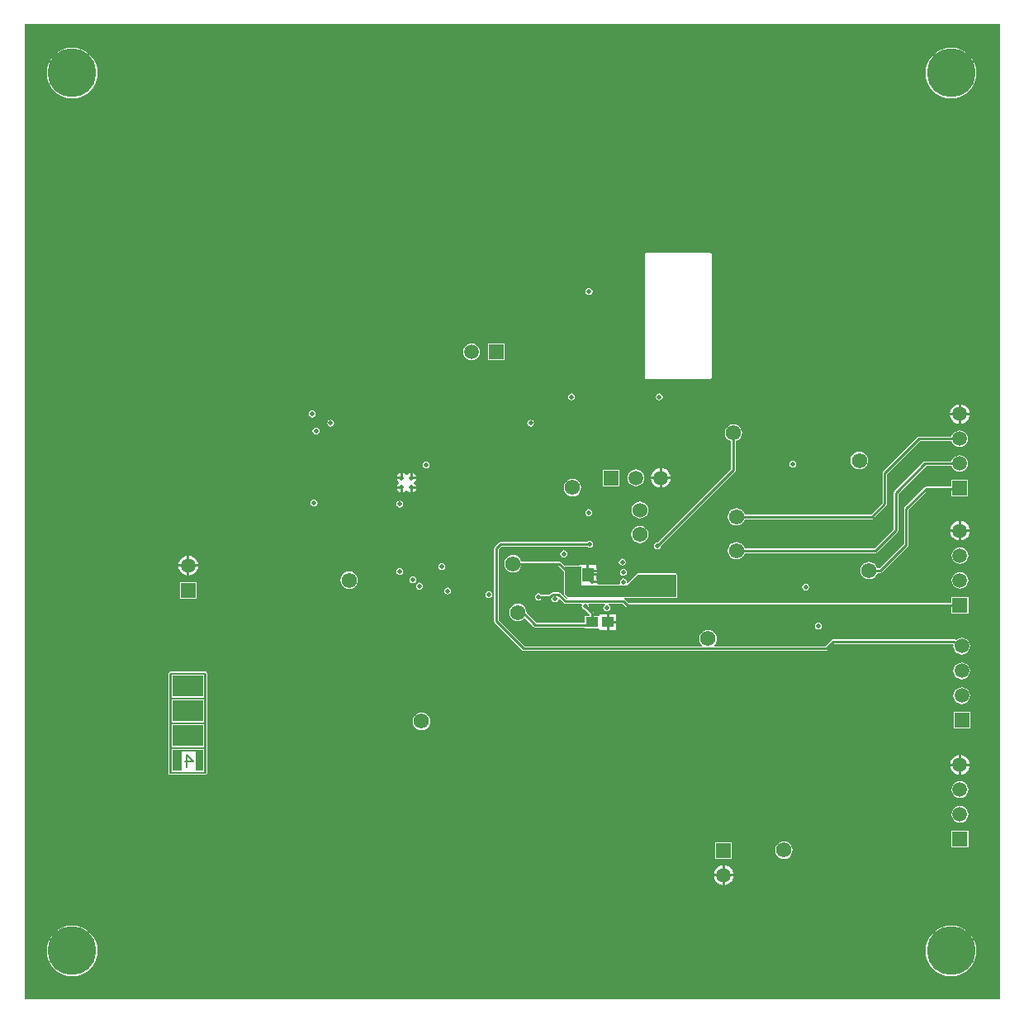
<source format=gbl>
G04*
G04 #@! TF.GenerationSoftware,Altium Limited,Altium Designer,22.2.1 (43)*
G04*
G04 Layer_Physical_Order=4*
G04 Layer_Color=16711680*
%FSLAX44Y44*%
%MOMM*%
G71*
G04*
G04 #@! TF.SameCoordinates,A9A70369-3CB5-4260-8086-E324CD68B5AB*
G04*
G04*
G04 #@! TF.FilePolarity,Positive*
G04*
G01*
G75*
%ADD14C,0.2000*%
%ADD95C,1.5700*%
%ADD100C,0.2540*%
%ADD101C,1.5000*%
%ADD102R,1.5000X1.5000*%
%ADD103R,1.5000X1.5000*%
%ADD104C,1.5240*%
%ADD105C,5.0000*%
%ADD106C,0.5000*%
%ADD107R,1.1781X1.3562*%
%ADD108R,1.2065X1.0682*%
G36*
X1000000Y1000000D02*
X1000000Y-0D01*
X-0Y-0D01*
X-0Y1000000D01*
X1000000Y1000000D01*
D02*
G37*
%LPC*%
G36*
X950000Y976126D02*
X944903Y975624D01*
X940002Y974137D01*
X935485Y971723D01*
X931526Y968474D01*
X928277Y964515D01*
X925863Y959998D01*
X924376Y955097D01*
X923874Y950000D01*
X924376Y944903D01*
X925863Y940002D01*
X928277Y935485D01*
X931526Y931526D01*
X935485Y928277D01*
X940002Y925863D01*
X944903Y924376D01*
X950000Y923874D01*
X955097Y924376D01*
X959998Y925863D01*
X964515Y928277D01*
X968474Y931526D01*
X971723Y935485D01*
X974137Y940002D01*
X975624Y944903D01*
X976126Y950000D01*
X975624Y955097D01*
X974137Y959998D01*
X971723Y964515D01*
X968474Y968474D01*
X964515Y971723D01*
X959998Y974137D01*
X955097Y975624D01*
X950000Y976126D01*
D02*
G37*
G36*
X49000D02*
X43903Y975624D01*
X39002Y974137D01*
X34485Y971723D01*
X30526Y968474D01*
X27277Y964515D01*
X24863Y959998D01*
X23376Y955097D01*
X22874Y950000D01*
X23376Y944903D01*
X24863Y940002D01*
X27277Y935485D01*
X30526Y931526D01*
X34485Y928277D01*
X39002Y925863D01*
X43903Y924376D01*
X49000Y923874D01*
X54097Y924376D01*
X58998Y925863D01*
X63515Y928277D01*
X67474Y931526D01*
X70723Y935485D01*
X73137Y940002D01*
X74624Y944903D01*
X75126Y950000D01*
X74624Y955097D01*
X73137Y959998D01*
X70723Y964515D01*
X67474Y968474D01*
X63515Y971723D01*
X58998Y974137D01*
X54097Y975624D01*
X49000Y976126D01*
D02*
G37*
G36*
X579000Y729568D02*
X577634Y729297D01*
X576477Y728523D01*
X575703Y727366D01*
X575431Y726000D01*
X575703Y724634D01*
X576477Y723477D01*
X577634Y722703D01*
X579000Y722431D01*
X580366Y722703D01*
X581523Y723477D01*
X582297Y724634D01*
X582569Y726000D01*
X582297Y727366D01*
X581523Y728523D01*
X580366Y729297D01*
X579000Y729568D01*
D02*
G37*
G36*
X492500Y672500D02*
X475500D01*
Y655500D01*
X492500D01*
Y672500D01*
D02*
G37*
G36*
X458600Y672573D02*
X456381Y672281D01*
X454313Y671425D01*
X452538Y670062D01*
X451175Y668287D01*
X450319Y666219D01*
X450027Y664000D01*
X450319Y661781D01*
X451175Y659713D01*
X452538Y657938D01*
X454313Y656575D01*
X456381Y655719D01*
X458600Y655427D01*
X460819Y655719D01*
X462887Y656575D01*
X464662Y657938D01*
X466025Y659713D01*
X466881Y661781D01*
X467173Y664000D01*
X466881Y666219D01*
X466025Y668287D01*
X464662Y670062D01*
X462887Y671425D01*
X460819Y672281D01*
X458600Y672573D01*
D02*
G37*
G36*
X703550Y765633D02*
X637350D01*
X636584Y765316D01*
X636267Y764550D01*
Y637450D01*
X636584Y636685D01*
X637350Y636368D01*
X703550D01*
X704315Y636685D01*
X704632Y637450D01*
Y764550D01*
X704315Y765316D01*
X703550Y765633D01*
D02*
G37*
G36*
X651000Y621568D02*
X649634Y621297D01*
X648477Y620523D01*
X647703Y619366D01*
X647431Y618000D01*
X647703Y616634D01*
X648477Y615477D01*
X649634Y614703D01*
X651000Y614431D01*
X652366Y614703D01*
X653523Y615477D01*
X654297Y616634D01*
X654568Y618000D01*
X654297Y619366D01*
X653523Y620523D01*
X652366Y621297D01*
X651000Y621568D01*
D02*
G37*
G36*
X561000D02*
X559634Y621297D01*
X558477Y620523D01*
X557703Y619366D01*
X557431Y618000D01*
X557703Y616634D01*
X558477Y615477D01*
X559634Y614703D01*
X561000Y614431D01*
X562366Y614703D01*
X563523Y615477D01*
X564297Y616634D01*
X564568Y618000D01*
X564297Y619366D01*
X563523Y620523D01*
X562366Y621297D01*
X561000Y621568D01*
D02*
G37*
G36*
X960270Y610359D02*
Y601670D01*
X968959D01*
X968782Y603021D01*
X967770Y605463D01*
X966161Y607561D01*
X964063Y609170D01*
X961621Y610182D01*
X960270Y610359D01*
D02*
G37*
G36*
X957730D02*
X956379Y610182D01*
X953937Y609170D01*
X951839Y607561D01*
X950230Y605463D01*
X949218Y603021D01*
X949041Y601670D01*
X957730D01*
Y610359D01*
D02*
G37*
G36*
X295170Y603942D02*
X293805Y603670D01*
X292647Y602897D01*
X291873Y601739D01*
X291602Y600373D01*
X291873Y599008D01*
X292647Y597850D01*
X293805Y597077D01*
X295170Y596805D01*
X296536Y597077D01*
X297694Y597850D01*
X298467Y599008D01*
X298739Y600373D01*
X298467Y601739D01*
X297694Y602897D01*
X296536Y603670D01*
X295170Y603942D01*
D02*
G37*
G36*
X957730Y599130D02*
X949041D01*
X949218Y597779D01*
X950230Y595337D01*
X951839Y593239D01*
X953937Y591630D01*
X956379Y590618D01*
X957730Y590441D01*
Y599130D01*
D02*
G37*
G36*
X968959D02*
X960270D01*
Y590441D01*
X961621Y590618D01*
X964063Y591630D01*
X966161Y593239D01*
X967770Y595337D01*
X968782Y597779D01*
X968959Y599130D01*
D02*
G37*
G36*
X519000Y594568D02*
X517634Y594297D01*
X516477Y593523D01*
X515703Y592366D01*
X515431Y591000D01*
X515703Y589634D01*
X516477Y588477D01*
X517634Y587703D01*
X519000Y587431D01*
X520366Y587703D01*
X521523Y588477D01*
X522297Y589634D01*
X522569Y591000D01*
X522297Y592366D01*
X521523Y593523D01*
X520366Y594297D01*
X519000Y594568D01*
D02*
G37*
G36*
X314000D02*
X312634Y594297D01*
X311477Y593523D01*
X310703Y592366D01*
X310431Y591000D01*
X310703Y589634D01*
X311477Y588477D01*
X312634Y587703D01*
X314000Y587431D01*
X315366Y587703D01*
X316523Y588477D01*
X317297Y589634D01*
X317568Y591000D01*
X317297Y592366D01*
X316523Y593523D01*
X315366Y594297D01*
X314000Y594568D01*
D02*
G37*
G36*
X299000Y586568D02*
X297634Y586297D01*
X296477Y585523D01*
X295703Y584366D01*
X295431Y583000D01*
X295703Y581634D01*
X296477Y580477D01*
X297634Y579703D01*
X299000Y579431D01*
X300366Y579703D01*
X301523Y580477D01*
X302297Y581634D01*
X302568Y583000D01*
X302297Y584366D01*
X301523Y585523D01*
X300366Y586297D01*
X299000Y586568D01*
D02*
G37*
G36*
X959000Y583573D02*
X956781Y583281D01*
X954713Y582425D01*
X952938Y581062D01*
X951575Y579287D01*
X950758Y577314D01*
X917000D01*
X916114Y577138D01*
X915363Y576637D01*
X880352Y541626D01*
X879851Y540875D01*
X879675Y539989D01*
Y508948D01*
X868041Y497314D01*
X738621D01*
X737730Y499463D01*
X736312Y501312D01*
X734463Y502730D01*
X732310Y503622D01*
X730000Y503926D01*
X727690Y503622D01*
X725537Y502730D01*
X723688Y501312D01*
X722270Y499463D01*
X721378Y497310D01*
X721074Y495000D01*
X721378Y492690D01*
X722270Y490537D01*
X723688Y488688D01*
X725537Y487270D01*
X727690Y486378D01*
X730000Y486074D01*
X732310Y486378D01*
X734463Y487270D01*
X736312Y488688D01*
X737730Y490537D01*
X738621Y492686D01*
X869000D01*
X869886Y492862D01*
X870637Y493363D01*
X883625Y506352D01*
X884127Y507103D01*
X884303Y507989D01*
Y539030D01*
X917959Y572686D01*
X950758D01*
X951575Y570713D01*
X952938Y568938D01*
X954713Y567575D01*
X956781Y566719D01*
X959000Y566427D01*
X961219Y566719D01*
X963287Y567575D01*
X965062Y568938D01*
X966425Y570713D01*
X967281Y572781D01*
X967573Y575000D01*
X967281Y577219D01*
X966425Y579287D01*
X965062Y581062D01*
X963287Y582425D01*
X961219Y583281D01*
X959000Y583573D01*
D02*
G37*
G36*
X788000Y552569D02*
X786634Y552297D01*
X785477Y551523D01*
X784703Y550366D01*
X784431Y549000D01*
X784703Y547634D01*
X785477Y546477D01*
X786634Y545703D01*
X788000Y545431D01*
X789366Y545703D01*
X790523Y546477D01*
X791297Y547634D01*
X791569Y549000D01*
X791297Y550366D01*
X790523Y551523D01*
X789366Y552297D01*
X788000Y552569D01*
D02*
G37*
G36*
X412000Y551568D02*
X410634Y551297D01*
X409477Y550523D01*
X408703Y549366D01*
X408431Y548000D01*
X408703Y546634D01*
X409477Y545477D01*
X410634Y544703D01*
X412000Y544431D01*
X413366Y544703D01*
X414523Y545477D01*
X415297Y546634D01*
X415569Y548000D01*
X415297Y549366D01*
X414523Y550523D01*
X413366Y551297D01*
X412000Y551568D01*
D02*
G37*
G36*
X856000Y561726D02*
X853690Y561422D01*
X851537Y560530D01*
X849688Y559112D01*
X848270Y557263D01*
X847378Y555110D01*
X847074Y552800D01*
X847378Y550489D01*
X848270Y548336D01*
X849688Y546488D01*
X851537Y545069D01*
X853690Y544177D01*
X856000Y543873D01*
X858310Y544177D01*
X860463Y545069D01*
X862312Y546488D01*
X863730Y548336D01*
X864622Y550489D01*
X864926Y552800D01*
X864622Y555110D01*
X863730Y557263D01*
X862312Y559112D01*
X860463Y560530D01*
X858310Y561422D01*
X856000Y561726D01*
D02*
G37*
G36*
X959000Y558173D02*
X956781Y557881D01*
X954713Y557025D01*
X952938Y555662D01*
X951575Y553887D01*
X950758Y551914D01*
X923600D01*
X922714Y551738D01*
X921963Y551237D01*
X891823Y521097D01*
X891322Y520346D01*
X891145Y519460D01*
Y482030D01*
X871660Y462544D01*
X738621D01*
X737730Y464692D01*
X736312Y466541D01*
X734463Y467960D01*
X732310Y468852D01*
X730000Y469156D01*
X727690Y468852D01*
X725537Y467960D01*
X723688Y466541D01*
X722270Y464692D01*
X721378Y462540D01*
X721074Y460229D01*
X721378Y457919D01*
X722270Y455766D01*
X723688Y453918D01*
X725537Y452499D01*
X727690Y451607D01*
X730000Y451303D01*
X732310Y451607D01*
X734463Y452499D01*
X736312Y453918D01*
X737730Y455766D01*
X738621Y457915D01*
X872618D01*
X873504Y458091D01*
X874255Y458593D01*
X895097Y479434D01*
X895598Y480185D01*
X895775Y481071D01*
Y518501D01*
X924559Y547285D01*
X950758D01*
X951575Y545313D01*
X952938Y543538D01*
X954713Y542175D01*
X956781Y541319D01*
X959000Y541027D01*
X961219Y541319D01*
X963287Y542175D01*
X965062Y543538D01*
X966425Y545313D01*
X967281Y547381D01*
X967573Y549600D01*
X967281Y551819D01*
X966425Y553887D01*
X965062Y555662D01*
X963287Y557025D01*
X961219Y557881D01*
X959000Y558173D01*
D02*
G37*
G36*
X395480Y539886D02*
X394784Y539748D01*
X393116Y538633D01*
X392514Y537732D01*
X390986D01*
X390384Y538633D01*
X388717Y539748D01*
X388020Y539886D01*
Y535000D01*
X386750D01*
Y533730D01*
X381864D01*
X382002Y533033D01*
X383116Y531366D01*
X384018Y530764D01*
Y529236D01*
X383116Y528634D01*
X382002Y526966D01*
X381864Y526270D01*
X386750D01*
Y525000D01*
X388020D01*
Y520114D01*
X388717Y520252D01*
X390384Y521366D01*
X390986Y522268D01*
X392514D01*
X393116Y521366D01*
X394784Y520252D01*
X395480Y520114D01*
Y525000D01*
X396750D01*
Y526270D01*
X401636D01*
X401497Y526966D01*
X400384Y528634D01*
X399482Y529236D01*
Y530764D01*
X400384Y531366D01*
X401497Y533033D01*
X401636Y533730D01*
X396750D01*
Y535000D01*
X395480D01*
Y539886D01*
D02*
G37*
G36*
X653670Y544959D02*
Y536270D01*
X662359D01*
X662181Y537621D01*
X661170Y540063D01*
X659561Y542161D01*
X657463Y543770D01*
X655021Y544781D01*
X653670Y544959D01*
D02*
G37*
G36*
X651130D02*
X649779Y544781D01*
X647337Y543770D01*
X645239Y542161D01*
X643630Y540063D01*
X642618Y537621D01*
X642440Y536270D01*
X651130D01*
Y544959D01*
D02*
G37*
G36*
X398020Y539886D02*
Y536270D01*
X401636D01*
X401497Y536966D01*
X400384Y538633D01*
X398717Y539748D01*
X398020Y539886D01*
D02*
G37*
G36*
X385480D02*
X384784Y539748D01*
X383116Y538633D01*
X382002Y536966D01*
X381864Y536270D01*
X385480D01*
Y539886D01*
D02*
G37*
G36*
X610100Y543500D02*
X593100D01*
Y526500D01*
X610100D01*
Y543500D01*
D02*
G37*
G36*
X627000Y543573D02*
X624781Y543281D01*
X622713Y542425D01*
X620938Y541062D01*
X619575Y539287D01*
X618719Y537219D01*
X618427Y535000D01*
X618719Y532781D01*
X619575Y530713D01*
X620938Y528938D01*
X622713Y527575D01*
X624781Y526719D01*
X627000Y526427D01*
X629219Y526719D01*
X631287Y527575D01*
X633062Y528938D01*
X634425Y530713D01*
X635281Y532781D01*
X635573Y535000D01*
X635281Y537219D01*
X634425Y539287D01*
X633062Y541062D01*
X631287Y542425D01*
X629219Y543281D01*
X627000Y543573D01*
D02*
G37*
G36*
X662359Y533730D02*
X653670D01*
Y525041D01*
X655021Y525218D01*
X657463Y526230D01*
X659561Y527839D01*
X661170Y529937D01*
X662181Y532379D01*
X662359Y533730D01*
D02*
G37*
G36*
X651130D02*
X642440D01*
X642618Y532379D01*
X643630Y529937D01*
X645239Y527839D01*
X647337Y526230D01*
X649779Y525218D01*
X651130Y525041D01*
Y533730D01*
D02*
G37*
G36*
X401636Y523730D02*
X398020D01*
Y520114D01*
X398717Y520252D01*
X400384Y521366D01*
X401497Y523033D01*
X401636Y523730D01*
D02*
G37*
G36*
X385480D02*
X381864D01*
X382002Y523033D01*
X383116Y521366D01*
X384784Y520252D01*
X385480Y520114D01*
Y523730D01*
D02*
G37*
G36*
X562000Y533926D02*
X559690Y533622D01*
X557537Y532730D01*
X555688Y531312D01*
X554269Y529463D01*
X553378Y527310D01*
X553074Y525000D01*
X553378Y522690D01*
X554269Y520537D01*
X555688Y518688D01*
X557537Y517270D01*
X559690Y516378D01*
X562000Y516073D01*
X564310Y516378D01*
X566463Y517270D01*
X568312Y518688D01*
X569730Y520537D01*
X570622Y522690D01*
X570926Y525000D01*
X570622Y527310D01*
X569730Y529463D01*
X568312Y531312D01*
X566463Y532730D01*
X564310Y533622D01*
X562000Y533926D01*
D02*
G37*
G36*
X967500Y532700D02*
X950500D01*
Y526315D01*
X925000D01*
X924114Y526138D01*
X923363Y525637D01*
X902363Y504637D01*
X901862Y503886D01*
X901685Y503000D01*
Y467170D01*
X876830Y442314D01*
X874621D01*
X873730Y444463D01*
X872312Y446312D01*
X870463Y447730D01*
X868310Y448622D01*
X866000Y448926D01*
X863690Y448622D01*
X861537Y447730D01*
X859688Y446312D01*
X858270Y444463D01*
X857378Y442310D01*
X857074Y440000D01*
X857378Y437690D01*
X858270Y435537D01*
X859688Y433688D01*
X861537Y432270D01*
X863690Y431378D01*
X866000Y431074D01*
X868310Y431378D01*
X870463Y432270D01*
X872312Y433688D01*
X873730Y435537D01*
X874621Y437686D01*
X877789D01*
X878675Y437862D01*
X879426Y438363D01*
X905637Y464574D01*
X906138Y465325D01*
X906314Y466211D01*
Y502041D01*
X925959Y521685D01*
X950500D01*
Y515700D01*
X967500D01*
Y532700D01*
D02*
G37*
G36*
X297000Y512569D02*
X295634Y512297D01*
X294477Y511523D01*
X293703Y510366D01*
X293431Y509000D01*
X293703Y507634D01*
X294477Y506477D01*
X295634Y505703D01*
X297000Y505431D01*
X298366Y505703D01*
X299523Y506477D01*
X300297Y507634D01*
X300569Y509000D01*
X300297Y510366D01*
X299523Y511523D01*
X298366Y512297D01*
X297000Y512569D01*
D02*
G37*
G36*
X385000Y511568D02*
X383634Y511297D01*
X382477Y510523D01*
X381703Y509366D01*
X381431Y508000D01*
X381703Y506634D01*
X382477Y505477D01*
X383634Y504703D01*
X385000Y504431D01*
X386366Y504703D01*
X387523Y505477D01*
X388297Y506634D01*
X388569Y508000D01*
X388297Y509366D01*
X387523Y510523D01*
X386366Y511297D01*
X385000Y511568D01*
D02*
G37*
G36*
X578469Y502894D02*
X577103Y502623D01*
X575946Y501849D01*
X575172Y500691D01*
X574901Y499326D01*
X575172Y497960D01*
X575946Y496802D01*
X577103Y496029D01*
X578469Y495757D01*
X579835Y496029D01*
X580992Y496802D01*
X581766Y497960D01*
X582038Y499326D01*
X581766Y500691D01*
X580992Y501849D01*
X579835Y502623D01*
X578469Y502894D01*
D02*
G37*
G36*
X631000Y510694D02*
X628750Y510398D01*
X626653Y509529D01*
X624852Y508148D01*
X623470Y506347D01*
X622602Y504250D01*
X622306Y502000D01*
X622602Y499750D01*
X623470Y497653D01*
X624852Y495852D01*
X626653Y494470D01*
X628750Y493602D01*
X631000Y493306D01*
X633250Y493602D01*
X635347Y494470D01*
X637148Y495852D01*
X638530Y497653D01*
X639398Y499750D01*
X639694Y502000D01*
X639398Y504250D01*
X638530Y506347D01*
X637148Y508148D01*
X635347Y509529D01*
X633250Y510398D01*
X631000Y510694D01*
D02*
G37*
G36*
X960509Y490659D02*
Y481970D01*
X969198D01*
X969020Y483321D01*
X968009Y485763D01*
X966399Y487861D01*
X964302Y489470D01*
X961860Y490481D01*
X960509Y490659D01*
D02*
G37*
G36*
X957969D02*
X956618Y490481D01*
X954175Y489470D01*
X952078Y487861D01*
X950469Y485763D01*
X949457Y483321D01*
X949279Y481970D01*
X957969D01*
Y490659D01*
D02*
G37*
G36*
Y479430D02*
X949279D01*
X949457Y478079D01*
X950469Y475637D01*
X952078Y473539D01*
X954175Y471930D01*
X956618Y470918D01*
X957969Y470741D01*
Y479430D01*
D02*
G37*
G36*
X969198D02*
X960509D01*
Y470741D01*
X961860Y470918D01*
X964302Y471930D01*
X966399Y473539D01*
X968009Y475637D01*
X969020Y478079D01*
X969198Y479430D01*
D02*
G37*
G36*
X727000Y589926D02*
X724690Y589622D01*
X722537Y588730D01*
X720688Y587312D01*
X719269Y585463D01*
X718378Y583310D01*
X718074Y581000D01*
X718378Y578690D01*
X719269Y576537D01*
X720688Y574688D01*
X722537Y573270D01*
X724686Y572379D01*
Y543959D01*
X649246Y468520D01*
X649000Y468569D01*
X647634Y468297D01*
X646477Y467523D01*
X645703Y466366D01*
X645431Y465000D01*
X645703Y463634D01*
X646477Y462477D01*
X647634Y461703D01*
X649000Y461431D01*
X650366Y461703D01*
X651523Y462477D01*
X652297Y463634D01*
X652569Y465000D01*
X652520Y465246D01*
X728636Y541363D01*
X729138Y542114D01*
X729314Y543000D01*
Y572379D01*
X731463Y573270D01*
X733312Y574688D01*
X734730Y576537D01*
X735622Y578690D01*
X735926Y581000D01*
X735622Y583310D01*
X734730Y585463D01*
X733312Y587312D01*
X731463Y588730D01*
X729310Y589622D01*
X727000Y589926D01*
D02*
G37*
G36*
X631000Y485926D02*
X628690Y485622D01*
X626537Y484730D01*
X624688Y483312D01*
X623270Y481463D01*
X622378Y479310D01*
X622074Y477000D01*
X622378Y474690D01*
X623270Y472537D01*
X624688Y470688D01*
X626537Y469269D01*
X628690Y468378D01*
X631000Y468074D01*
X633310Y468378D01*
X635463Y469269D01*
X637312Y470688D01*
X638730Y472537D01*
X639622Y474690D01*
X639926Y477000D01*
X639622Y479310D01*
X638730Y481463D01*
X637312Y483312D01*
X635463Y484730D01*
X633310Y485622D01*
X631000Y485926D01*
D02*
G37*
G36*
X579667Y470364D02*
X578301Y470092D01*
X577144Y469319D01*
X577004Y469110D01*
X487795D01*
X486910Y468934D01*
X486159Y468432D01*
X482363Y464636D01*
X481862Y463886D01*
X481685Y463000D01*
Y388000D01*
X481862Y387114D01*
X482363Y386363D01*
X510483Y358243D01*
X511234Y357742D01*
X512120Y357565D01*
X822117D01*
X823003Y357742D01*
X823754Y358243D01*
X830196Y364686D01*
X951532D01*
X952574Y363519D01*
X952427Y362400D01*
X952719Y360181D01*
X953575Y358113D01*
X954938Y356338D01*
X956713Y354975D01*
X958781Y354119D01*
X961000Y353827D01*
X963219Y354119D01*
X965287Y354975D01*
X967062Y356338D01*
X968425Y358113D01*
X969281Y360181D01*
X969573Y362400D01*
X969281Y364619D01*
X968425Y366687D01*
X967062Y368462D01*
X965287Y369825D01*
X963219Y370681D01*
X961000Y370973D01*
X958781Y370681D01*
X956713Y369825D01*
X955025Y368530D01*
X954919Y368637D01*
X954168Y369138D01*
X953282Y369314D01*
X829237D01*
X828352Y369138D01*
X827601Y368637D01*
X821159Y362194D01*
X707452D01*
X707020Y363464D01*
X707312Y363688D01*
X708730Y365537D01*
X709622Y367690D01*
X709926Y370000D01*
X709622Y372310D01*
X708730Y374463D01*
X707312Y376312D01*
X705463Y377730D01*
X703310Y378622D01*
X701000Y378926D01*
X698690Y378622D01*
X696537Y377730D01*
X694688Y376312D01*
X693270Y374463D01*
X692378Y372310D01*
X692074Y370000D01*
X692378Y367690D01*
X693270Y365537D01*
X694688Y363688D01*
X694979Y363464D01*
X694548Y362194D01*
X513079D01*
X486314Y388959D01*
Y462041D01*
X488754Y464481D01*
X577004D01*
X577144Y464272D01*
X578301Y463498D01*
X579667Y463227D01*
X581032Y463498D01*
X582190Y464272D01*
X582964Y465430D01*
X583235Y466795D01*
X582964Y468161D01*
X582190Y469319D01*
X581032Y470092D01*
X579667Y470364D01*
D02*
G37*
G36*
X553000Y460569D02*
X551634Y460297D01*
X550477Y459523D01*
X549703Y458366D01*
X549431Y457000D01*
X549703Y455634D01*
X550477Y454477D01*
X551634Y453703D01*
X553000Y453431D01*
X554366Y453703D01*
X555523Y454477D01*
X556297Y455634D01*
X556568Y457000D01*
X556297Y458366D01*
X555523Y459523D01*
X554366Y460297D01*
X553000Y460569D01*
D02*
G37*
G36*
X959239Y463873D02*
X957020Y463581D01*
X954952Y462725D01*
X953176Y461362D01*
X951814Y459587D01*
X950958Y457519D01*
X950665Y455300D01*
X950958Y453081D01*
X951814Y451013D01*
X953176Y449238D01*
X954952Y447875D01*
X957020Y447019D01*
X959239Y446727D01*
X961458Y447019D01*
X963525Y447875D01*
X965301Y449238D01*
X966664Y451013D01*
X967520Y453081D01*
X967812Y455300D01*
X967520Y457519D01*
X966664Y459587D01*
X965301Y461362D01*
X963525Y462725D01*
X961458Y463581D01*
X959239Y463873D01*
D02*
G37*
G36*
X169270Y454959D02*
Y446270D01*
X177959D01*
X177782Y447621D01*
X176770Y450063D01*
X175161Y452161D01*
X173063Y453770D01*
X170621Y454782D01*
X169270Y454959D01*
D02*
G37*
G36*
X166730D02*
X165379Y454782D01*
X162937Y453770D01*
X160839Y452161D01*
X159230Y450063D01*
X158218Y447621D01*
X158041Y446270D01*
X166730D01*
Y454959D01*
D02*
G37*
G36*
X613000Y452214D02*
X611634Y451942D01*
X610477Y451169D01*
X609703Y450011D01*
X609431Y448646D01*
X609703Y447280D01*
X610477Y446122D01*
X611634Y445349D01*
X613000Y445077D01*
X614366Y445349D01*
X615523Y446122D01*
X616297Y447280D01*
X616569Y448646D01*
X616297Y450011D01*
X615523Y451169D01*
X614366Y451942D01*
X613000Y452214D01*
D02*
G37*
G36*
X428000Y447569D02*
X426634Y447297D01*
X425477Y446523D01*
X424703Y445366D01*
X424431Y444000D01*
X424703Y442634D01*
X425477Y441477D01*
X426634Y440703D01*
X428000Y440431D01*
X429366Y440703D01*
X430523Y441477D01*
X431297Y442634D01*
X431568Y444000D01*
X431297Y445366D01*
X430523Y446523D01*
X429366Y447297D01*
X428000Y447569D01*
D02*
G37*
G36*
X586071Y445321D02*
X578911D01*
Y437270D01*
X586571D01*
X586748Y437533D01*
X586886Y438230D01*
X582000D01*
Y440770D01*
X586886D01*
X586748Y441466D01*
X586071Y442479D01*
Y445321D01*
D02*
G37*
G36*
X385000Y442569D02*
X383634Y442297D01*
X382477Y441523D01*
X381703Y440366D01*
X381431Y439000D01*
X381703Y437634D01*
X382477Y436477D01*
X383634Y435703D01*
X385000Y435431D01*
X386366Y435703D01*
X387523Y436477D01*
X388297Y437634D01*
X388568Y439000D01*
X388297Y440366D01*
X387523Y441523D01*
X386366Y442297D01*
X385000Y442569D01*
D02*
G37*
G36*
X177959Y443730D02*
X169270D01*
Y435041D01*
X170621Y435218D01*
X173063Y436230D01*
X175161Y437839D01*
X176770Y439937D01*
X177782Y442379D01*
X177959Y443730D01*
D02*
G37*
G36*
X166730D02*
X158041D01*
X158218Y442379D01*
X159230Y439937D01*
X160839Y437839D01*
X162937Y436230D01*
X165379Y435218D01*
X166730Y435041D01*
Y443730D01*
D02*
G37*
G36*
X614000Y441569D02*
X612634Y441297D01*
X611477Y440523D01*
X610703Y439366D01*
X610431Y438000D01*
X610703Y436634D01*
X611477Y435477D01*
X612634Y434703D01*
X614000Y434431D01*
X615366Y434703D01*
X616523Y435477D01*
X617297Y436634D01*
X617569Y438000D01*
X617297Y439366D01*
X616523Y440523D01*
X615366Y441297D01*
X614000Y441569D01*
D02*
G37*
G36*
X398354Y433999D02*
X396989Y433728D01*
X395831Y432954D01*
X395057Y431796D01*
X394786Y430431D01*
X395057Y429065D01*
X395831Y427907D01*
X396989Y427134D01*
X398354Y426862D01*
X399720Y427134D01*
X400878Y427907D01*
X401651Y429065D01*
X401923Y430431D01*
X401651Y431796D01*
X400878Y432954D01*
X399720Y433728D01*
X398354Y433999D01*
D02*
G37*
G36*
X959239Y438473D02*
X957020Y438181D01*
X954952Y437325D01*
X953176Y435962D01*
X951814Y434187D01*
X950958Y432119D01*
X950665Y429900D01*
X950958Y427681D01*
X951814Y425613D01*
X953176Y423838D01*
X954952Y422475D01*
X957020Y421619D01*
X959239Y421327D01*
X961458Y421619D01*
X963525Y422475D01*
X965301Y423838D01*
X966664Y425613D01*
X967520Y427681D01*
X967812Y429900D01*
X967520Y432119D01*
X966664Y434187D01*
X965301Y435962D01*
X963525Y437325D01*
X961458Y438181D01*
X959239Y438473D01*
D02*
G37*
G36*
X333000Y438926D02*
X330690Y438622D01*
X328537Y437730D01*
X326688Y436312D01*
X325270Y434463D01*
X324378Y432310D01*
X324074Y430000D01*
X324378Y427690D01*
X325270Y425537D01*
X326688Y423688D01*
X328537Y422270D01*
X330690Y421378D01*
X333000Y421074D01*
X335310Y421378D01*
X337463Y422270D01*
X339312Y423688D01*
X340730Y425537D01*
X341622Y427690D01*
X341926Y430000D01*
X341622Y432310D01*
X340730Y434463D01*
X339312Y436312D01*
X337463Y437730D01*
X335310Y438622D01*
X333000Y438926D01*
D02*
G37*
G36*
X405000Y427569D02*
X403634Y427297D01*
X402477Y426523D01*
X401703Y425366D01*
X401431Y424000D01*
X401703Y422634D01*
X402477Y421477D01*
X403634Y420703D01*
X405000Y420431D01*
X406366Y420703D01*
X407523Y421477D01*
X408297Y422634D01*
X408569Y424000D01*
X408297Y425366D01*
X407523Y426523D01*
X406366Y427297D01*
X405000Y427569D01*
D02*
G37*
G36*
X801000Y426568D02*
X799634Y426297D01*
X798477Y425523D01*
X797703Y424366D01*
X797431Y423000D01*
X797703Y421634D01*
X798477Y420477D01*
X799634Y419703D01*
X801000Y419431D01*
X802366Y419703D01*
X803523Y420477D01*
X804297Y421634D01*
X804568Y423000D01*
X804297Y424366D01*
X803523Y425523D01*
X802366Y426297D01*
X801000Y426568D01*
D02*
G37*
G36*
X433995Y422573D02*
X432630Y422302D01*
X431472Y421528D01*
X430698Y420370D01*
X430426Y419005D01*
X430698Y417639D01*
X431472Y416481D01*
X432630Y415708D01*
X433995Y415436D01*
X435361Y415708D01*
X436519Y416481D01*
X437292Y417639D01*
X437564Y419005D01*
X437292Y420370D01*
X436519Y421528D01*
X435361Y422302D01*
X433995Y422573D01*
D02*
G37*
G36*
X476010Y418698D02*
X474645Y418426D01*
X473487Y417652D01*
X472713Y416495D01*
X472441Y415129D01*
X472713Y413763D01*
X473487Y412606D01*
X474645Y411832D01*
X476010Y411560D01*
X477376Y411832D01*
X478534Y412606D01*
X479307Y413763D01*
X479579Y415129D01*
X479307Y416495D01*
X478534Y417652D01*
X477376Y418426D01*
X476010Y418698D01*
D02*
G37*
G36*
X176500Y428100D02*
X159500D01*
Y411100D01*
X176500D01*
Y428100D01*
D02*
G37*
G36*
X501000Y455926D02*
X498690Y455622D01*
X496537Y454730D01*
X494688Y453312D01*
X493270Y451463D01*
X492378Y449310D01*
X492074Y447000D01*
X492378Y444690D01*
X493270Y442537D01*
X494688Y440688D01*
X496537Y439269D01*
X498690Y438378D01*
X501000Y438074D01*
X503310Y438378D01*
X505463Y439269D01*
X507312Y440688D01*
X508730Y442537D01*
X509620Y444685D01*
X547541D01*
X552918Y439309D01*
Y416000D01*
X552918Y416000D01*
X553234Y415234D01*
X553235Y415234D01*
X556235Y412235D01*
X557000Y411917D01*
X556978Y410656D01*
X555692D01*
X549042Y417306D01*
X548291Y417808D01*
X547406Y417984D01*
X542024D01*
X541138Y417808D01*
X540388Y417306D01*
X539815Y416733D01*
X539485Y416668D01*
X538734Y416166D01*
X537882Y415314D01*
X529663D01*
X529523Y415523D01*
X528366Y416297D01*
X527000Y416568D01*
X525634Y416297D01*
X524477Y415523D01*
X523703Y414366D01*
X523431Y413000D01*
X523703Y411634D01*
X524477Y410477D01*
X525634Y409703D01*
X527000Y409431D01*
X528366Y409703D01*
X529523Y410477D01*
X529663Y410686D01*
X538841D01*
X539261Y410769D01*
X539762Y410825D01*
X540624Y409934D01*
X540703Y409534D01*
X541477Y408376D01*
X542634Y407603D01*
X544000Y407331D01*
X545366Y407603D01*
X546523Y408376D01*
X547297Y409534D01*
X547492Y410514D01*
X548555Y410992D01*
X548788Y411014D01*
X553097Y406705D01*
X553847Y406204D01*
X554733Y406027D01*
X571305D01*
X571984Y404757D01*
X571713Y404352D01*
X571441Y402987D01*
X571713Y401621D01*
X572487Y400463D01*
X573644Y399690D01*
X575010Y399418D01*
X575257Y399467D01*
X579427Y395297D01*
Y393341D01*
X574709D01*
Y386314D01*
X524959D01*
X514850Y396423D01*
X514926Y397000D01*
X514622Y399310D01*
X513730Y401463D01*
X512312Y403312D01*
X510463Y404730D01*
X508310Y405622D01*
X506000Y405926D01*
X503690Y405622D01*
X501537Y404730D01*
X499688Y403312D01*
X498270Y401463D01*
X497378Y399310D01*
X497074Y397000D01*
X497378Y394690D01*
X498270Y392537D01*
X499688Y390688D01*
X501537Y389269D01*
X503690Y388378D01*
X506000Y388074D01*
X508310Y388378D01*
X510463Y389269D01*
X512312Y390688D01*
X512475Y390901D01*
X513743Y390984D01*
X522363Y382363D01*
X523114Y381862D01*
X524000Y381685D01*
X574709D01*
Y380659D01*
X588416D01*
X588774Y380659D01*
X589686Y379795D01*
Y379119D01*
X596988D01*
Y387000D01*
Y394881D01*
X589686D01*
Y394205D01*
X588774Y393341D01*
X588416Y393341D01*
X584056D01*
Y396255D01*
X583880Y397141D01*
X583378Y397892D01*
X578530Y402740D01*
X578579Y402987D01*
X578307Y404352D01*
X578036Y404757D01*
X578715Y406027D01*
X595150D01*
X595593Y404852D01*
X595575Y404757D01*
X594477Y404023D01*
X593703Y402866D01*
X593431Y401500D01*
X593703Y400134D01*
X594477Y398977D01*
X595634Y398203D01*
X597000Y397931D01*
X598366Y398203D01*
X599523Y398977D01*
X600297Y400134D01*
X600569Y401500D01*
X600297Y402866D01*
X599523Y404023D01*
X598424Y404757D01*
X598407Y404852D01*
X598850Y406027D01*
X613685D01*
X616849Y402863D01*
X617600Y402362D01*
X618486Y402186D01*
X950739D01*
Y396000D01*
X967739D01*
Y413000D01*
X950739D01*
Y406814D01*
X619445D01*
X616280Y409978D01*
X615530Y410480D01*
X614644Y410656D01*
X614665Y411917D01*
X668000D01*
X668765Y412235D01*
X669082Y413000D01*
Y436000D01*
X668765Y436765D01*
X668000Y437082D01*
X629000D01*
X629000Y437082D01*
X628234Y436765D01*
X628234Y436765D01*
X618651Y427182D01*
X617481Y427807D01*
X617569Y428250D01*
X617297Y429616D01*
X616523Y430773D01*
X615366Y431547D01*
X614000Y431819D01*
X612634Y431547D01*
X611477Y430773D01*
X610703Y429616D01*
X610431Y428250D01*
X610660Y427102D01*
X609995Y425832D01*
X587690D01*
X586861Y427102D01*
X586886Y427230D01*
X582000D01*
Y429770D01*
X586886D01*
X586748Y430466D01*
X586071Y431479D01*
Y434730D01*
X577641D01*
Y436000D01*
X576371D01*
Y445321D01*
X569210D01*
Y445082D01*
X554000D01*
X553781Y444992D01*
X550137Y448637D01*
X549386Y449138D01*
X548500Y449314D01*
X509620D01*
X508730Y451463D01*
X507312Y453312D01*
X505463Y454730D01*
X503310Y455622D01*
X501000Y455926D01*
D02*
G37*
G36*
X606831Y394881D02*
X599529D01*
Y388270D01*
X606831D01*
Y394881D01*
D02*
G37*
G36*
X814000Y386568D02*
X812634Y386297D01*
X811477Y385523D01*
X810703Y384366D01*
X810431Y383000D01*
X810703Y381634D01*
X811477Y380477D01*
X812634Y379703D01*
X814000Y379431D01*
X815366Y379703D01*
X816523Y380477D01*
X817297Y381634D01*
X817569Y383000D01*
X817297Y384366D01*
X816523Y385523D01*
X815366Y386297D01*
X814000Y386568D01*
D02*
G37*
G36*
X606831Y385730D02*
X599529D01*
Y379119D01*
X606831D01*
Y385730D01*
D02*
G37*
G36*
X961000Y345573D02*
X958781Y345281D01*
X956713Y344425D01*
X954938Y343062D01*
X953575Y341287D01*
X952719Y339219D01*
X952427Y337000D01*
X952719Y334781D01*
X953575Y332713D01*
X954938Y330938D01*
X956713Y329575D01*
X958781Y328719D01*
X961000Y328427D01*
X963219Y328719D01*
X965287Y329575D01*
X967062Y330938D01*
X968425Y332713D01*
X969281Y334781D01*
X969573Y337000D01*
X969281Y339219D01*
X968425Y341287D01*
X967062Y343062D01*
X965287Y344425D01*
X963219Y345281D01*
X961000Y345573D01*
D02*
G37*
G36*
Y320173D02*
X958781Y319881D01*
X956713Y319025D01*
X954938Y317662D01*
X953575Y315887D01*
X952719Y313819D01*
X952427Y311600D01*
X952719Y309381D01*
X953575Y307313D01*
X954938Y305538D01*
X956713Y304175D01*
X958781Y303319D01*
X961000Y303027D01*
X963219Y303319D01*
X965287Y304175D01*
X967062Y305538D01*
X968425Y307313D01*
X969281Y309381D01*
X969573Y311600D01*
X969281Y313819D01*
X968425Y315887D01*
X967062Y317662D01*
X965287Y319025D01*
X963219Y319881D01*
X961000Y320173D01*
D02*
G37*
G36*
X969500Y294700D02*
X952500D01*
Y277700D01*
X969500D01*
Y294700D01*
D02*
G37*
G36*
X407111Y294283D02*
X404800Y293978D01*
X402647Y293087D01*
X400799Y291668D01*
X399380Y289819D01*
X398488Y287666D01*
X398184Y285356D01*
X398488Y283046D01*
X399380Y280893D01*
X400799Y279044D01*
X402647Y277626D01*
X404800Y276734D01*
X407111Y276430D01*
X409421Y276734D01*
X411574Y277626D01*
X413423Y279044D01*
X414841Y280893D01*
X415733Y283046D01*
X416037Y285356D01*
X415733Y287666D01*
X414841Y289819D01*
X413423Y291668D01*
X411574Y293087D01*
X409421Y293978D01*
X407111Y294283D01*
D02*
G37*
G36*
X960509Y250658D02*
Y241969D01*
X969198D01*
X969020Y243320D01*
X968009Y245762D01*
X966400Y247860D01*
X964302Y249469D01*
X961860Y250481D01*
X960509Y250658D01*
D02*
G37*
G36*
X957969D02*
X956618Y250481D01*
X954176Y249469D01*
X952078Y247860D01*
X950469Y245762D01*
X949457Y243320D01*
X949280Y241969D01*
X957969D01*
Y250658D01*
D02*
G37*
G36*
X969198Y239429D02*
X960509D01*
Y230740D01*
X961860Y230917D01*
X964302Y231929D01*
X966400Y233538D01*
X968009Y235636D01*
X969020Y238078D01*
X969198Y239429D01*
D02*
G37*
G36*
X957969D02*
X949280D01*
X949457Y238078D01*
X950469Y235636D01*
X952078Y233538D01*
X954176Y231929D01*
X956618Y230917D01*
X957969Y230740D01*
Y239429D01*
D02*
G37*
G36*
X185560Y336312D02*
X150000D01*
X149220Y336157D01*
X148558Y335715D01*
X148487Y335608D01*
X148238Y335442D01*
X147796Y334780D01*
X147641Y334000D01*
Y308600D01*
Y283200D01*
Y257800D01*
Y232400D01*
X147796Y231620D01*
X148238Y230958D01*
X148900Y230516D01*
X149680Y230361D01*
X185240D01*
X186020Y230516D01*
X186682Y230958D01*
X186753Y231064D01*
X187002Y231231D01*
X187444Y231892D01*
X187599Y232673D01*
Y258073D01*
Y283473D01*
Y308873D01*
Y334273D01*
X187444Y335053D01*
X187002Y335715D01*
X186340Y336157D01*
X185560Y336312D01*
D02*
G37*
G36*
X959239Y223872D02*
X957020Y223580D01*
X954952Y222724D01*
X953177Y221361D01*
X951814Y219586D01*
X950958Y217518D01*
X950666Y215299D01*
X950958Y213080D01*
X951814Y211012D01*
X953177Y209237D01*
X954952Y207874D01*
X957020Y207018D01*
X959239Y206726D01*
X961458Y207018D01*
X963526Y207874D01*
X965301Y209237D01*
X966664Y211012D01*
X967520Y213080D01*
X967812Y215299D01*
X967520Y217518D01*
X966664Y219586D01*
X965301Y221361D01*
X963526Y222724D01*
X961458Y223580D01*
X959239Y223872D01*
D02*
G37*
G36*
Y198472D02*
X957020Y198180D01*
X954952Y197324D01*
X953177Y195961D01*
X951814Y194186D01*
X950958Y192118D01*
X950666Y189899D01*
X950958Y187680D01*
X951814Y185612D01*
X953177Y183837D01*
X954952Y182474D01*
X957020Y181618D01*
X959239Y181326D01*
X961458Y181618D01*
X963526Y182474D01*
X965301Y183837D01*
X966664Y185612D01*
X967520Y187680D01*
X967812Y189899D01*
X967520Y192118D01*
X966664Y194186D01*
X965301Y195961D01*
X963526Y197324D01*
X961458Y198180D01*
X959239Y198472D01*
D02*
G37*
G36*
X967739Y172999D02*
X950739D01*
Y155999D01*
X967739D01*
Y172999D01*
D02*
G37*
G36*
X725500Y161500D02*
X708500D01*
Y144500D01*
X725500D01*
Y161500D01*
D02*
G37*
G36*
X778728Y162168D02*
X776418Y161864D01*
X774265Y160972D01*
X772416Y159553D01*
X770998Y157704D01*
X770106Y155552D01*
X769802Y153241D01*
X770106Y150931D01*
X770998Y148778D01*
X772416Y146929D01*
X774265Y145511D01*
X776418Y144619D01*
X778728Y144315D01*
X781039Y144619D01*
X783192Y145511D01*
X785040Y146929D01*
X786459Y148778D01*
X787350Y150931D01*
X787655Y153241D01*
X787350Y155552D01*
X786459Y157704D01*
X785040Y159553D01*
X783192Y160972D01*
X781039Y161864D01*
X778728Y162168D01*
D02*
G37*
G36*
X718270Y137559D02*
Y128870D01*
X726959D01*
X726781Y130221D01*
X725770Y132663D01*
X724161Y134761D01*
X722063Y136370D01*
X719621Y137381D01*
X718270Y137559D01*
D02*
G37*
G36*
X715730D02*
X714379Y137381D01*
X711937Y136370D01*
X709839Y134761D01*
X708230Y132663D01*
X707218Y130221D01*
X707040Y128870D01*
X715730D01*
Y137559D01*
D02*
G37*
G36*
X726959Y126330D02*
X718270D01*
Y117640D01*
X719621Y117818D01*
X722063Y118830D01*
X724161Y120439D01*
X725770Y122537D01*
X726781Y124979D01*
X726959Y126330D01*
D02*
G37*
G36*
X715730D02*
X707040D01*
X707218Y124979D01*
X708230Y122537D01*
X709839Y120439D01*
X711937Y118830D01*
X714379Y117818D01*
X715730Y117640D01*
Y126330D01*
D02*
G37*
G36*
X950000Y76126D02*
X944903Y75624D01*
X940002Y74137D01*
X935485Y71723D01*
X931526Y68474D01*
X928277Y64515D01*
X925863Y59998D01*
X924376Y55097D01*
X923874Y50000D01*
X924376Y44903D01*
X925863Y40002D01*
X928277Y35485D01*
X931526Y31526D01*
X935485Y28277D01*
X940002Y25863D01*
X944903Y24376D01*
X950000Y23874D01*
X955097Y24376D01*
X959998Y25863D01*
X964515Y28277D01*
X968474Y31526D01*
X971723Y35485D01*
X974137Y40002D01*
X975624Y44903D01*
X976126Y50000D01*
X975624Y55097D01*
X974137Y59998D01*
X971723Y64515D01*
X968474Y68474D01*
X964515Y71723D01*
X959998Y74137D01*
X955097Y75624D01*
X950000Y76126D01*
D02*
G37*
G36*
X49000D02*
X43903Y75624D01*
X39002Y74137D01*
X34485Y71723D01*
X30526Y68474D01*
X27277Y64515D01*
X24863Y59998D01*
X23376Y55097D01*
X22874Y50000D01*
X23376Y44903D01*
X24863Y40002D01*
X27277Y35485D01*
X30526Y31526D01*
X34485Y28277D01*
X39002Y25863D01*
X43903Y24376D01*
X49000Y23874D01*
X54097Y24376D01*
X58998Y25863D01*
X63515Y28277D01*
X67474Y31526D01*
X70723Y35485D01*
X73137Y40002D01*
X74624Y44903D01*
X75126Y50000D01*
X74624Y55097D01*
X73137Y59998D01*
X70723Y64515D01*
X67474Y68474D01*
X63515Y71723D01*
X58998Y74137D01*
X54097Y75624D01*
X49000Y76126D01*
D02*
G37*
%LPD*%
G36*
X570750Y424750D02*
X617750D01*
X629000Y436000D01*
X668000D01*
Y413000D01*
X557000D01*
X554000Y416000D01*
Y444000D01*
X570750D01*
Y424750D01*
D02*
G37*
G36*
X183201Y310912D02*
X152039D01*
Y331961D01*
X183201D01*
Y310912D01*
D02*
G37*
G36*
Y285512D02*
X152039D01*
Y306561D01*
X183201D01*
Y285512D01*
D02*
G37*
G36*
Y260112D02*
X152039D01*
Y281161D01*
X183201D01*
Y260112D01*
D02*
G37*
G36*
Y234712D02*
X177151D01*
X176000Y235000D01*
X176000Y235982D01*
Y253996D01*
X161336D01*
Y235982D01*
X161336Y235000D01*
X160186Y234712D01*
X152039D01*
Y255761D01*
X183201D01*
Y234712D01*
D02*
G37*
D14*
X185560Y308873D02*
Y334273D01*
Y258073D02*
Y283473D01*
X185240Y232400D02*
Y257800D01*
X185560Y283473D02*
Y308873D01*
Y232673D02*
Y258073D01*
X185240Y257800D02*
Y283200D01*
Y232400D02*
Y257800D01*
Y283200D01*
Y308600D02*
Y334000D01*
Y283200D02*
Y308600D01*
Y334000D01*
Y283200D02*
Y308600D01*
Y257800D02*
Y283200D01*
Y232400D02*
Y257800D01*
Y283200D02*
Y308600D01*
Y334000D01*
X149680Y232400D02*
X185240D01*
X149680D02*
Y257800D01*
X185240D01*
X150000Y334273D02*
X185560D01*
X150000Y308873D02*
X185560D01*
X150000Y283473D02*
X185560D01*
X150000Y308873D02*
Y334273D01*
Y258073D02*
Y283473D01*
Y308873D01*
Y258073D02*
X185560D01*
X150000Y232673D02*
Y258073D01*
Y232673D02*
X185560D01*
X149680Y232400D02*
Y257800D01*
X185240D01*
X149680D02*
Y283200D01*
Y257800D02*
Y283200D01*
Y334000D02*
X185240D01*
X149680Y283200D02*
X185240D01*
X149680Y308600D02*
X185240D01*
X149680Y283200D02*
X185240D01*
X149680Y308600D02*
X185240D01*
X149680Y334000D02*
X185240D01*
X149680Y283200D02*
Y308600D01*
Y334000D01*
Y283200D02*
Y308600D01*
Y334000D01*
X185240D01*
X149680Y308600D02*
X185240D01*
X149680Y283200D02*
X185240D01*
X149680Y232400D02*
X185240D01*
X149680Y308600D02*
Y334000D01*
Y257800D02*
Y283200D01*
Y308600D01*
Y257800D02*
X185240D01*
X149680Y232400D02*
Y257800D01*
Y232400D02*
X185240D01*
X166502Y238000D02*
Y250996D01*
X173000Y244498D01*
X164336D01*
D95*
X631000Y477000D02*
D03*
X506000Y397000D02*
D03*
X407111Y285356D02*
D03*
X501000Y447000D02*
D03*
X701000Y370000D02*
D03*
X333000Y430000D02*
D03*
X562000Y525000D02*
D03*
X778728Y153241D02*
D03*
X730000Y495000D02*
D03*
Y460229D02*
D03*
X727000Y581000D02*
D03*
X856000Y552800D02*
D03*
X866000Y440000D02*
D03*
D100*
X925000Y524000D02*
X958800D01*
X904000Y503000D02*
X925000Y524000D01*
X904000Y466211D02*
Y503000D01*
X877789Y440000D02*
X904000Y466211D01*
X923600Y549600D02*
X959000D01*
X893460Y519460D02*
X923600Y549600D01*
X893460Y481071D02*
Y519460D01*
X869000Y495000D02*
X881989Y507989D01*
X730000Y495000D02*
X869000D01*
X881989Y507989D02*
Y539989D01*
X917000Y575000D02*
X959000D01*
X881989Y539989D02*
X917000Y575000D01*
X958800Y524000D02*
X959000Y524200D01*
X872618Y460229D02*
X893460Y481071D01*
X730000Y460229D02*
X872618D01*
X866000Y440000D02*
X877789D01*
X727000Y543000D02*
Y581000D01*
X649000Y465000D02*
X727000Y543000D01*
X542024Y415669D02*
X547406D01*
X554733Y408342D01*
X540884Y414529D02*
X542024Y415669D01*
X540370Y414529D02*
X540884D01*
X581741Y387000D02*
Y396255D01*
X575010Y402987D02*
X581741Y396255D01*
X578741Y384000D02*
X581741Y387000D01*
X524000Y384000D02*
X578741D01*
X527000Y413000D02*
X538841D01*
X540370Y414529D01*
X501000Y447000D02*
X548500D01*
X559000Y436500D01*
X510000Y398000D02*
X524000Y384000D01*
X957882Y362400D02*
X961000D01*
X822117Y359880D02*
X829237Y367000D01*
X953282D02*
X957882Y362400D01*
X829237Y367000D02*
X953282D01*
X487795Y466795D02*
X579667D01*
X484000Y463000D02*
X487795Y466795D01*
X484000Y388000D02*
Y463000D01*
X512120Y359880D02*
X822117D01*
X484000Y388000D02*
X512120Y359880D01*
X554733Y408342D02*
X614644D01*
X618486Y404500D02*
X959239D01*
X614644Y408342D02*
X618486Y404500D01*
D101*
X959000Y600400D02*
D03*
Y575000D02*
D03*
Y549600D02*
D03*
X627000Y535000D02*
D03*
X652400D02*
D03*
X717000Y127600D02*
D03*
X959239Y189899D02*
D03*
Y215299D02*
D03*
Y240699D02*
D03*
X961000Y311600D02*
D03*
Y337000D02*
D03*
Y362400D02*
D03*
X959239Y429900D02*
D03*
Y455300D02*
D03*
Y480700D02*
D03*
X168000Y445000D02*
D03*
X458600Y664000D02*
D03*
D102*
X959000Y524200D02*
D03*
X717000Y153000D02*
D03*
X959239Y164499D02*
D03*
X961000Y286200D02*
D03*
X959239Y404500D02*
D03*
X168000Y419600D02*
D03*
D103*
X601600Y535000D02*
D03*
X484000Y664000D02*
D03*
D104*
X631000Y502000D02*
D03*
D105*
X950000Y50000D02*
D03*
Y950000D02*
D03*
X49000Y50000D02*
D03*
X49000Y950000D02*
D03*
D106*
X649000Y465000D02*
D03*
X614000Y438000D02*
D03*
X613000Y448646D02*
D03*
X295170Y600373D02*
D03*
X544000Y410899D02*
D03*
X527000Y413000D02*
D03*
X657000Y419000D02*
D03*
X656000Y430000D02*
D03*
X643000Y429500D02*
D03*
Y418500D02*
D03*
X559000Y436500D02*
D03*
X575010Y402987D02*
D03*
X614000Y428250D02*
D03*
X597000Y401500D02*
D03*
X297000Y509000D02*
D03*
X385000Y508000D02*
D03*
X582000Y428500D02*
D03*
Y439500D02*
D03*
X386750Y525000D02*
D03*
Y535000D02*
D03*
X396750Y525000D02*
D03*
Y535000D02*
D03*
X561000Y618000D02*
D03*
X428000Y444000D02*
D03*
X519000Y591000D02*
D03*
X788000Y549000D02*
D03*
X579667Y466795D02*
D03*
X476010Y415129D02*
D03*
X398354Y430431D02*
D03*
X405000Y424000D02*
D03*
X385000Y439000D02*
D03*
X412000Y548000D02*
D03*
X579000Y726000D02*
D03*
X651000Y618000D02*
D03*
X553000Y457000D02*
D03*
X433995Y419005D02*
D03*
X578469Y499326D02*
D03*
X801000Y423000D02*
D03*
X814000Y383000D02*
D03*
X299000Y583000D02*
D03*
X314000Y591000D02*
D03*
D107*
X577641Y436000D02*
D03*
X564359D02*
D03*
D108*
X581741Y387000D02*
D03*
X598259D02*
D03*
M02*

</source>
